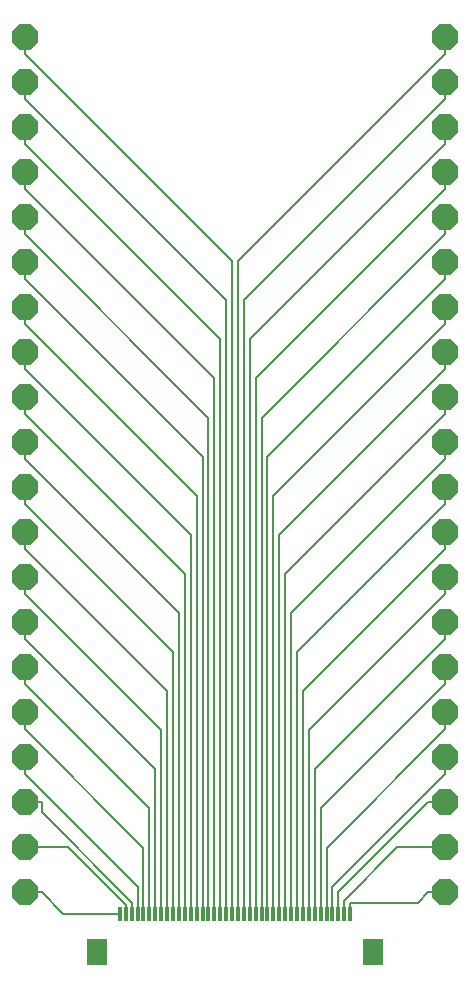
<source format=gtl>
G75*
G70*
%OFA0B0*%
%FSLAX24Y24*%
%IPPOS*%
%LPD*%
%AMOC8*
5,1,8,0,0,1.08239X$1,22.5*
%
%ADD10R,0.0118X0.0512*%
%ADD11R,0.0709X0.0866*%
%ADD12OC8,0.0850*%
%ADD13C,0.0080*%
D10*
X004761Y002880D03*
X004958Y002880D03*
X005155Y002880D03*
X005352Y002880D03*
X005549Y002880D03*
X005746Y002880D03*
X005943Y002880D03*
X006139Y002880D03*
X006336Y002880D03*
X006533Y002880D03*
X006730Y002880D03*
X006927Y002880D03*
X007124Y002880D03*
X007320Y002880D03*
X007517Y002880D03*
X007714Y002880D03*
X007911Y002880D03*
X008108Y002880D03*
X008305Y002880D03*
X008502Y002880D03*
X008698Y002880D03*
X008895Y002880D03*
X009092Y002880D03*
X009289Y002880D03*
X009486Y002880D03*
X009683Y002880D03*
X009880Y002880D03*
X010076Y002880D03*
X010273Y002880D03*
X010470Y002880D03*
X010667Y002880D03*
X010864Y002880D03*
X011061Y002880D03*
X011257Y002880D03*
X011454Y002880D03*
X011651Y002880D03*
X011848Y002880D03*
X012045Y002880D03*
X012242Y002880D03*
X012439Y002880D03*
D11*
X013187Y001600D03*
X004013Y001600D03*
D12*
X001600Y003600D03*
X001600Y005100D03*
X001600Y006600D03*
X001600Y008100D03*
X001600Y009600D03*
X001600Y011100D03*
X001600Y012600D03*
X001600Y014100D03*
X001600Y015600D03*
X001600Y017100D03*
X001600Y018600D03*
X001600Y020100D03*
X001600Y021600D03*
X001600Y023100D03*
X001600Y024600D03*
X001600Y026100D03*
X001600Y027600D03*
X001600Y029100D03*
X001600Y030600D03*
X001600Y032100D03*
X015600Y032100D03*
X015600Y030600D03*
X015600Y029100D03*
X015600Y027600D03*
X015600Y026100D03*
X015600Y024600D03*
X015600Y023100D03*
X015600Y021600D03*
X015600Y020100D03*
X015600Y018600D03*
X015600Y017100D03*
X015600Y015600D03*
X015600Y014100D03*
X015600Y012600D03*
X015600Y011100D03*
X015600Y009600D03*
X015600Y008100D03*
X015600Y006600D03*
X015600Y005100D03*
X015600Y003600D03*
D13*
X015045Y003600D01*
X014710Y003265D01*
X012439Y003265D01*
X012439Y002880D01*
X012242Y002880D02*
X012242Y003327D01*
X014015Y005100D01*
X015045Y005100D01*
X015600Y005100D01*
X015600Y006600D02*
X015045Y006600D01*
X012045Y003600D01*
X012045Y003265D01*
X012045Y002880D01*
X011848Y002880D02*
X011848Y003793D01*
X015600Y007545D01*
X015600Y008100D01*
X015600Y009045D02*
X011651Y005096D01*
X011651Y002880D01*
X011454Y002880D02*
X011454Y006399D01*
X015600Y010545D01*
X015600Y011100D01*
X015600Y012045D02*
X011257Y007702D01*
X011257Y002880D01*
X011061Y002880D02*
X011061Y009006D01*
X015600Y013545D01*
X015600Y014100D01*
X015600Y015045D02*
X010864Y010309D01*
X010864Y002880D01*
X010667Y002880D02*
X010667Y011612D01*
X015600Y016545D01*
X015600Y017100D01*
X015600Y018045D02*
X010470Y012915D01*
X010470Y002880D01*
X010273Y002880D02*
X010273Y014218D01*
X015600Y019545D01*
X015600Y020100D01*
X015600Y021045D02*
X010076Y015521D01*
X010076Y002880D01*
X009880Y002880D02*
X009880Y016824D01*
X015600Y022545D01*
X015600Y023100D01*
X015600Y024045D02*
X009683Y018128D01*
X009683Y002880D01*
X009486Y002880D02*
X009486Y019431D01*
X015600Y025545D01*
X015600Y026100D01*
X015600Y027045D02*
X009289Y020734D01*
X009289Y002880D01*
X009092Y002880D02*
X009092Y022037D01*
X015600Y028545D01*
X015600Y029100D01*
X015600Y030045D02*
X008895Y023340D01*
X008895Y002880D01*
X008698Y002880D02*
X008698Y024643D01*
X015600Y031545D01*
X015600Y032100D01*
X015600Y030600D02*
X015600Y030045D01*
X015600Y027600D02*
X015600Y027045D01*
X015600Y024600D02*
X015600Y024045D01*
X015600Y021600D02*
X015600Y021045D01*
X015600Y018600D02*
X015600Y018045D01*
X015600Y015600D02*
X015600Y015045D01*
X015600Y012600D02*
X015600Y012045D01*
X015600Y009600D02*
X015600Y009045D01*
X008502Y002880D02*
X008502Y024643D01*
X001600Y031545D01*
X001600Y032100D01*
X001600Y030600D02*
X001600Y030045D01*
X008305Y023340D01*
X008305Y002880D01*
X008108Y002880D02*
X008108Y022037D01*
X001600Y028545D01*
X001600Y029100D01*
X001600Y027600D02*
X001600Y027045D01*
X007911Y020734D01*
X007911Y002880D01*
X007714Y002880D02*
X007714Y019431D01*
X001600Y025545D01*
X001600Y026100D01*
X001600Y024600D02*
X001600Y024045D01*
X007517Y018128D01*
X007517Y002880D01*
X007320Y002880D02*
X007320Y016824D01*
X001600Y022545D01*
X001600Y023100D01*
X001600Y021600D02*
X001600Y021045D01*
X007124Y015521D01*
X007124Y002880D01*
X006927Y002880D02*
X006927Y014218D01*
X001600Y019545D01*
X001600Y020100D01*
X001600Y018600D02*
X001600Y018045D01*
X006730Y012915D01*
X006730Y002880D01*
X006533Y002880D02*
X006533Y011612D01*
X001600Y016545D01*
X001600Y017100D01*
X001600Y015600D02*
X001600Y015045D01*
X006336Y010309D01*
X006336Y002880D01*
X006139Y002880D02*
X006139Y009006D01*
X001600Y013545D01*
X001600Y014100D01*
X001600Y012600D02*
X001600Y012045D01*
X005943Y007702D01*
X005943Y002880D01*
X005746Y002880D02*
X005746Y006399D01*
X001600Y010545D01*
X001600Y011100D01*
X001600Y009600D02*
X001600Y009045D01*
X005549Y005096D01*
X005549Y002880D01*
X005352Y002880D02*
X005352Y003793D01*
X001600Y007545D01*
X001600Y008100D01*
X001600Y006600D02*
X002155Y006600D01*
X002155Y006266D01*
X005155Y003265D01*
X005155Y002880D01*
X004958Y002880D02*
X004958Y003190D01*
X003048Y005100D01*
X001600Y005100D01*
X001600Y003600D02*
X002155Y003600D01*
X002876Y002880D01*
X004761Y002880D01*
M02*

</source>
